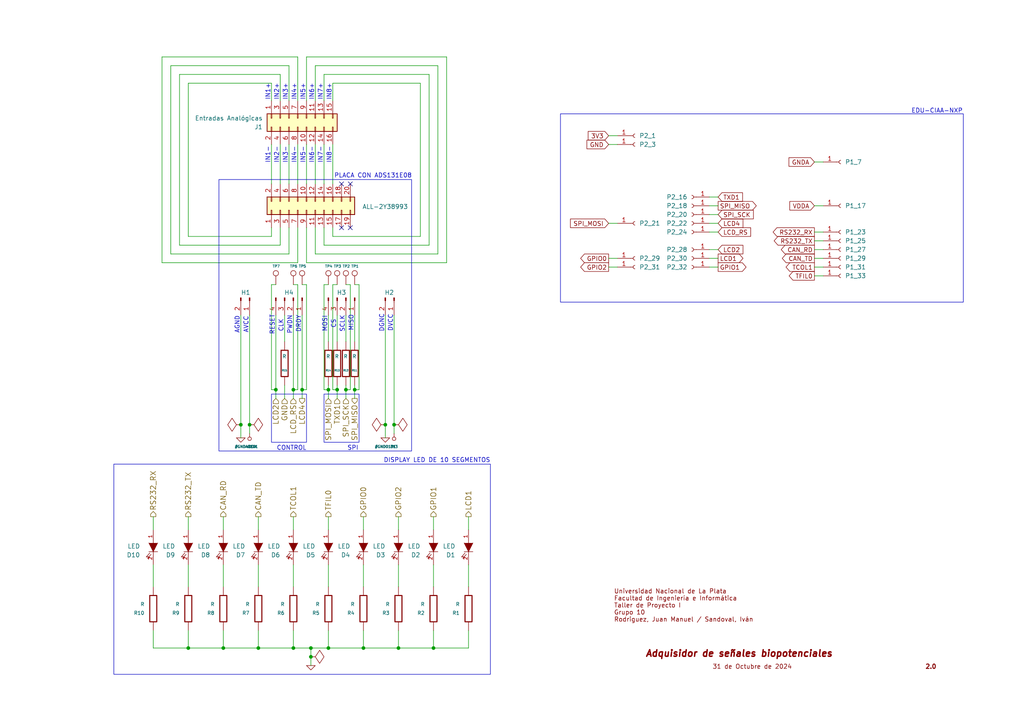
<source format=kicad_sch>
(kicad_sch (version 20231120) (generator "eeschema") (generator_version "8.0")
  (paper "A4")
  (lib_symbols
    (symbol "Connector:Conn_01x01_Socket" (pin_names (offset 1.016) hide)
      (property "Reference" "J" (at 0 2.54 0))
      (property "Value" "Conn_01x01_Socket" (at 0 -2.54 0))
      (symbol "Conn_01x01_Socket_1_1"
        (polyline (pts (xy -1.27 0) (xy -0.508 0)) (stroke (width 0.1524)))
        (arc (start 0 0.508) (mid -0.5058 0) (end 0 -0.508) (stroke (width 0.1524)))
        (pin passive line (at -5.08 0 0) (length 3.81) (name "Pin_1") (number "1"))
      )
    )
    (symbol "Connector:Conn_01x02_Pin" (pin_names (offset 1.016) hide)
      (property "Reference" "J" (at 0 2.54 0))
      (property "Value" "Conn_01x02_Pin" (at 0 -5.08 0))
      (symbol "Conn_01x02_Pin_1_1"
        (polyline (pts (xy 1.27 -2.54) (xy 0.8636 -2.54)) (stroke (width 0.1524)))
        (polyline (pts (xy 1.27 0) (xy 0.8636 0)) (stroke (width 0.1524)))
        (rectangle (start 0.8636 -2.413) (end 0 -2.667) (stroke (width 0.1524)) (fill (type outline)))
        (rectangle (start 0.8636 0.127) (end 0 -0.127) (stroke (width 0.1524)) (fill (type outline)))
        (pin passive line (at 5.08 0 180) (length 3.81) (name "Pin_1") (number "1"))
        (pin passive line (at 5.08 -2.54 180) (length 3.81) (name "Pin_2") (number "2"))
      )
    )
    (symbol "Connector:Conn_01x04_Pin" (pin_names (offset 1.016) hide)
      (property "Reference" "J" (at 0 5.08 0))
      (property "Value" "Conn_01x04_Pin" (at 0 -7.62 0))
      (symbol "Conn_01x04_Pin_1_1"
        (polyline (pts (xy 1.27 -5.08) (xy 0.8636 -5.08)) (stroke (width 0.1524)))
        (polyline (pts (xy 1.27 -2.54) (xy 0.8636 -2.54)) (stroke (width 0.1524)))
        (polyline (pts (xy 1.27 0) (xy 0.8636 0)) (stroke (width 0.1524)))
        (polyline (pts (xy 1.27 2.54) (xy 0.8636 2.54)) (stroke (width 0.1524)))
        (rectangle (start 0.8636 -4.953) (end 0 -5.207) (stroke (width 0.1524)) (fill (type outline)))
        (rectangle (start 0.8636 -2.413) (end 0 -2.667) (stroke (width 0.1524)) (fill (type outline)))
        (rectangle (start 0.8636 0.127) (end 0 -0.127) (stroke (width 0.1524)) (fill (type outline)))
        (rectangle (start 0.8636 2.667) (end 0 2.413) (stroke (width 0.1524)) (fill (type outline)))
        (pin passive line (at 5.08 2.54 180) (length 3.81) (name "Pin_1") (number "1"))
        (pin passive line (at 5.08 0 180) (length 3.81) (name "Pin_2") (number "2"))
        (pin passive line (at 5.08 -2.54 180) (length 3.81) (name "Pin_3") (number "3"))
        (pin passive line (at 5.08 -5.08 180) (length 3.81) (name "Pin_4") (number "4"))
      )
    )
    (symbol "Connector:TestPoint" (pin_numbers hide) (pin_names (offset 0.762) hide)
      (property "Reference" "TP" (at 0 6.858 0))
      (property "Value" "TestPoint" (at 0 5.08 0))
      (symbol "TestPoint_0_1"
        (circle (center 0 3.302) (radius 0.762))
      )
      (symbol "TestPoint_1_1"
        (pin passive line (at 0 0 90) (length 2.54) (name "1") (number "1"))
      )
    )
    (symbol "Connector_Generic:Conn_02x08_Odd_Even" (pin_names (offset 1.016) hide)
      (property "Reference" "J" (at 1.27 10.16 0))
      (property "Value" "Conn_02x08_Odd_Even" (at 1.27 -12.7 0))
      (symbol "Conn_02x08_Odd_Even_1_1"
        (rectangle (start -1.27 -10.033) (end 0 -10.287) (stroke (width 0.1524)))
        (rectangle (start -1.27 -7.493) (end 0 -7.747) (stroke (width 0.1524)))
        (rectangle (start -1.27 -4.953) (end 0 -5.207) (stroke (width 0.1524)))
        (rectangle (start -1.27 -2.413) (end 0 -2.667) (stroke (width 0.1524)))
        (rectangle (start -1.27 0.127) (end 0 -0.127) (stroke (width 0.1524)))
        (rectangle (start -1.27 2.667) (end 0 2.413) (stroke (width 0.1524)))
        (rectangle (start -1.27 5.207) (end 0 4.953) (stroke (width 0.1524)))
        (rectangle (start -1.27 7.747) (end 0 7.493) (stroke (width 0.1524)))
        (rectangle (start -1.27 8.89) (end 3.81 -11.43) (stroke (width 0.254)) (fill (type background)))
        (rectangle (start 3.81 -10.033) (end 2.54 -10.287) (stroke (width 0.1524)))
        (rectangle (start 3.81 -7.493) (end 2.54 -7.747) (stroke (width 0.1524)))
        (rectangle (start 3.81 -4.953) (end 2.54 -5.207) (stroke (width 0.1524)))
        (rectangle (start 3.81 -2.413) (end 2.54 -2.667) (stroke (width 0.1524)))
        (rectangle (start 3.81 0.127) (end 2.54 -0.127) (stroke (width 0.1524)))
        (rectangle (start 3.81 2.667) (end 2.54 2.413) (stroke (width 0.1524)))
        (rectangle (start 3.81 5.207) (end 2.54 4.953) (stroke (width 0.1524)))
        (rectangle (start 3.81 7.747) (end 2.54 7.493) (stroke (width 0.1524)))
        (pin passive line (at -5.08 7.62 0) (length 3.81) (name "Pin_1") (number "1"))
        (pin passive line (at 7.62 -2.54 180) (length 3.81) (name "Pin_10") (number "10"))
        (pin passive line (at -5.08 -5.08 0) (length 3.81) (name "Pin_11") (number "11"))
        (pin passive line (at 7.62 -5.08 180) (length 3.81) (name "Pin_12") (number "12"))
        (pin passive line (at -5.08 -7.62 0) (length 3.81) (name "Pin_13") (number "13"))
        (pin passive line (at 7.62 -7.62 180) (length 3.81) (name "Pin_14") (number "14"))
        (pin passive line (at -5.08 -10.16 0) (length 3.81) (name "Pin_15") (number "15"))
        (pin passive line (at 7.62 -10.16 180) (length 3.81) (name "Pin_16") (number "16"))
        (pin passive line (at 7.62 7.62 180) (length 3.81) (name "Pin_2") (number "2"))
        (pin passive line (at -5.08 5.08 0) (length 3.81) (name "Pin_3") (number "3"))
        (pin passive line (at 7.62 5.08 180) (length 3.81) (name "Pin_4") (number "4"))
        (pin passive line (at -5.08 2.54 0) (length 3.81) (name "Pin_5") (number "5"))
        (pin passive line (at 7.62 2.54 180) (length 3.81) (name "Pin_6") (number "6"))
        (pin passive line (at -5.08 0 0) (length 3.81) (name "Pin_7") (number "7"))
        (pin passive line (at 7.62 0 180) (length 3.81) (name "Pin_8") (number "8"))
        (pin passive line (at -5.08 -2.54 0) (length 3.81) (name "Pin_9") (number "9"))
      )
    )
    (symbol "Connector_Generic:Conn_02x10_Odd_Even" (pin_names (offset 1.016) hide)
      (property "Reference" "J" (at 1.27 12.7 0))
      (property "Value" "Conn_02x10_Odd_Even" (at 1.27 -15.24 0))
      (symbol "Conn_02x10_Odd_Even_1_1"
        (rectangle (start -1.27 -12.573) (end 0 -12.827) (stroke (width 0.1524)))
        (rectangle (start -1.27 -10.033) (end 0 -10.287) (stroke (width 0.1524)))
        (rectangle (start -1.27 -7.493) (end 0 -7.747) (stroke (width 0.1524)))
        (rectangle (start -1.27 -4.953) (end 0 -5.207) (stroke (width 0.1524)))
        (rectangle (start -1.27 -2.413) (end 0 -2.667) (stroke (width 0.1524)))
        (rectangle (start -1.27 0.127) (end 0 -0.127) (stroke (width 0.1524)))
        (rectangle (start -1.27 2.667) (end 0 2.413) (stroke (width 0.1524)))
        (rectangle (start -1.27 5.207) (end 0 4.953) (stroke (width 0.1524)))
        (rectangle (start -1.27 7.747) (end 0 7.493) (stroke (width 0.1524)))
        (rectangle (start -1.27 10.287) (end 0 10.033) (stroke (width 0.1524)))
        (rectangle (start -1.27 11.43) (end 3.81 -13.97) (stroke (width 0.254)) (fill (type background)))
        (rectangle (start 3.81 -12.573) (end 2.54 -12.827) (stroke (width 0.1524)))
        (rectangle (start 3.81 -10.033) (end 2.54 -10.287) (stroke (width 0.1524)))
        (rectangle (start 3.81 -7.493) (end 2.54 -7.747) (stroke (width 0.1524)))
        (rectangle (start 3.81 -4.953) (end 2.54 -5.207) (stroke (width 0.1524)))
        (rectangle (start 3.81 -2.413) (end 2.54 -2.667) (stroke (width 0.1524)))
        (rectangle (start 3.81 0.127) (end 2.54 -0.127) (stroke (width 0.1524)))
        (rectangle (start 3.81 2.667) (end 2.54 2.413) (stroke (width 0.1524)))
        (rectangle (start 3.81 5.207) (end 2.54 4.953) (stroke (width 0.1524)))
        (rectangle (start 3.81 7.747) (end 2.54 7.493) (stroke (width 0.1524)))
        (rectangle (start 3.81 10.287) (end 2.54 10.033) (stroke (width 0.1524)))
        (pin passive line (at -5.08 10.16 0) (length 3.81) (name "Pin_1") (number "1"))
        (pin passive line (at 7.62 0 180) (length 3.81) (name "Pin_10") (number "10"))
        (pin passive line (at -5.08 -2.54 0) (length 3.81) (name "Pin_11") (number "11"))
        (pin passive line (at 7.62 -2.54 180) (length 3.81) (name "Pin_12") (number "12"))
        (pin passive line (at -5.08 -5.08 0) (length 3.81) (name "Pin_13") (number "13"))
        (pin passive line (at 7.62 -5.08 180) (length 3.81) (name "Pin_14") (number "14"))
        (pin passive line (at -5.08 -7.62 0) (length 3.81) (name "Pin_15") (number "15"))
        (pin passive line (at 7.62 -7.62 180) (length 3.81) (name "Pin_16") (number "16"))
        (pin passive line (at -5.08 -10.16 0) (length 3.81) (name "Pin_17") (number "17"))
        (pin passive line (at 7.62 -10.16 180) (length 3.81) (name "Pin_18") (number "18"))
        (pin passive line (at -5.08 -12.7 0) (length 3.81) (name "Pin_19") (number "19"))
        (pin passive line (at 7.62 10.16 180) (length 3.81) (name "Pin_2") (number "2"))
        (pin passive line (at 7.62 -12.7 180) (length 3.81) (name "Pin_20") (number "20"))
        (pin passive line (at -5.08 7.62 0) (length 3.81) (name "Pin_3") (number "3"))
        (pin passive line (at 7.62 7.62 180) (length 3.81) (name "Pin_4") (number "4"))
        (pin passive line (at -5.08 5.08 0) (length 3.81) (name "Pin_5") (number "5"))
        (pin passive line (at 7.62 5.08 180) (length 3.81) (name "Pin_6") (number "6"))
        (pin passive line (at -5.08 2.54 0) (length 3.81) (name "Pin_7") (number "7"))
        (pin passive line (at 7.62 2.54 180) (length 3.81) (name "Pin_8") (number "8"))
        (pin passive line (at -5.08 0 0) (length 3.81) (name "Pin_9") (number "9"))
      )
    )
    (symbol "edu-ciaa-nxp:+3,3V" (power) (pin_names (offset 0))
      (property "Value" "+3,3V" (at 0 2.794 0))
      (symbol "+3,3V_0_0"
        (pin power_in line (at 0 0 90) (length 0) hide (name "+3.3V") (number "1"))
      )
      (symbol "+3,3V_0_1"
        (polyline (pts (xy 0 0) (xy 0 1.016) (xy 0 1.016)))
        (circle (center 0 1.524) (radius 0.508))
      )
    )
    (symbol "edu-ciaa-nxp:GND" (power) (pin_names (offset 0))
      (symbol "GND_0_1"
        (polyline (pts (xy -1.27 0) (xy 0 -1.27) (xy 1.27 0) (xy -1.27 0)))
      )
      (symbol "GND_1_1"
        (pin power_in line (at 0 0 90) (length 0) hide (name "GND") (number "1"))
      )
    )
    (symbol "edu-ciaa-nxp:LED" (pin_names (offset 1.016) hide)
      (property "Reference" "D" (at 0 2.54 0))
      (property "Value" "LED" (at 0 -2.54 0))
      (symbol "LED_0_1"
        (polyline (pts (xy 1.27 1.27) (xy 1.27 -1.27)))
        (polyline (pts (xy -1.27 1.27) (xy 1.27 0) (xy -1.27 -1.27)) (fill (type outline)))
        (polyline (pts (xy 1.651 -1.016) (xy 2.794 -2.032) (xy 2.667 -1.397)))
        (polyline (pts (xy 2.032 -0.635) (xy 3.175 -1.651) (xy 3.048 -1.016)))
      )
      (symbol "LED_1_1"
        (pin passive line (at -5.08 0 0) (length 3.81) (name "A") (number "1"))
        (pin passive line (at 5.08 0 180) (length 3.81) (name "K") (number "2"))
      )
    )
    (symbol "edu-ciaa-nxp:PWR_FLAG" (power) (pin_numbers hide) (pin_names (offset 0) hide)
      (property "Value" "PWR_FLAG" (at 0 4.572 0))
      (symbol "PWR_FLAG_0_0"
        (pin power_out line (at 0 0 90) (length 0) (name "pwr") (number "1"))
      )
      (symbol "PWR_FLAG_0_1"
        (polyline (pts (xy 0 0) (xy 0 1.27) (xy -1.905 2.54) (xy 0 3.81) (xy 1.905 2.54) (xy 0 1.27)))
      )
    )
    (symbol "edu-ciaa-nxp:R" (pin_numbers hide) (pin_names (offset 0))
      (property "Reference" "R" (at 2.032 0 90))
      (property "Value" "R" (at 0.1778 0.0254 90))
      (symbol "R_0_1"
        (rectangle (start -1.016 3.81) (end 1.016 -3.81) (stroke (width 0.3048)))
      )
      (symbol "R_1_1"
        (pin passive line (at 0 6.35 270) (length 2.54) (name "~") (number "1"))
        (pin passive line (at 0 -6.35 90) (length 2.54) (name "~") (number "2"))
      )
    )
  )
  (junction (at 85.09 187.96))
  (junction (at 105.41 187.96))
  (junction (at 90.17 187.96))
  (junction (at 80.01 113.03))
  (junction (at 69.85 123.19))
  (junction (at 97.79 113.03))
  (junction (at 90.17 190.5))
  (junction (at 85.09 113.03))
  (junction (at 102.87 113.03))
  (junction (at 54.61 187.96))
  (junction (at 95.25 187.96))
  (junction (at 72.39 123.19))
  (junction (at 64.77 187.96))
  (junction (at 114.3 123.19))
  (junction (at 74.93 187.96))
  (junction (at 115.57 187.96))
  (junction (at 100.33 113.03))
  (junction (at 125.73 187.96))
  (junction (at 111.76 123.19))
  (junction (at 95.25 113.03))
  (junction (at 87.63 113.03))
  (no_connect (at 101.6 53.34))
  (no_connect (at 99.06 66.04))
  (no_connect (at 101.6 66.04))
  (no_connect (at 99.06 53.34))
  (wire (pts (xy 90.17 190.5) (xy 90.17 193.04)))
  (wire (pts (xy 176.53 74.93) (xy 179.07 74.93)))
  (wire (pts (xy 95.25 113.03) (xy 95.25 115.57)))
  (wire (pts (xy 95.25 91.44) (xy 95.25 99.06)))
  (wire (pts (xy 129.54 76.2) (xy 129.54 16.51)))
  (wire (pts (xy 114.3 91.44) (xy 114.3 123.19)))
  (wire (pts (xy 105.41 170.18) (xy 105.41 163.83)))
  (wire (pts (xy 115.57 187.96) (xy 105.41 187.96)))
  (wire (pts (xy 100.33 111.76) (xy 100.33 113.03)))
  (wire (pts (xy 69.85 91.44) (xy 69.85 123.19)))
  (wire (pts (xy 125.73 149.86) (xy 125.73 153.67)))
  (wire (pts (xy 121.92 68.58) (xy 121.92 24.13)))
  (wire (pts (xy 86.36 66.04) (xy 86.36 76.2)))
  (wire (pts (xy 96.52 113.03) (xy 97.79 113.03)))
  (wire (pts (xy 88.9 76.2) (xy 129.54 76.2)))
  (wire (pts (xy 102.87 82.55) (xy 104.14 82.55)))
  (wire (pts (xy 93.98 113.03) (xy 95.25 113.03)))
  (wire (pts (xy 64.77 170.18) (xy 64.77 163.83)))
  (wire (pts (xy 96.52 68.58) (xy 121.92 68.58)))
  (wire (pts (xy 90.17 187.96) (xy 95.25 187.96)))
  (wire (pts (xy 81.28 66.04) (xy 81.28 71.12)))
  (wire (pts (xy 86.36 41.91) (xy 86.36 53.34)))
  (wire (pts (xy 64.77 187.96) (xy 74.93 187.96)))
  (wire (pts (xy 80.01 91.44) (xy 80.01 113.03)))
  (wire (pts (xy 102.87 91.44) (xy 102.87 99.06)))
  (wire (pts (xy 176.53 41.91) (xy 179.07 41.91)))
  (wire (pts (xy 78.74 24.13) (xy 78.74 29.21)))
  (wire (pts (xy 101.6 113.03) (xy 100.33 113.03)))
  (wire (pts (xy 96.52 24.13) (xy 96.52 29.21)))
  (wire (pts (xy 86.36 16.51) (xy 86.36 29.21)))
  (wire (pts (xy 87.63 82.55) (xy 88.9 82.55)))
  (wire (pts (xy 83.82 73.66) (xy 49.53 73.66)))
  (wire (pts (xy 82.55 111.76) (xy 82.55 115.57)))
  (wire (pts (xy 93.98 41.91) (xy 93.98 53.34)))
  (wire (pts (xy 205.74 72.39) (xy 208.28 72.39)))
  (wire (pts (xy 127 73.66) (xy 127 19.05)))
  (wire (pts (xy 95.25 187.96) (xy 105.41 187.96)))
  (wire (pts (xy 64.77 182.88) (xy 64.77 187.96)))
  (wire (pts (xy 46.99 16.51) (xy 86.36 16.51)))
  (wire (pts (xy 78.74 41.91) (xy 78.74 53.34)))
  (wire (pts (xy 176.53 64.77) (xy 179.07 64.77)))
  (wire (pts (xy 102.87 113.03) (xy 102.87 115.57)))
  (wire (pts (xy 121.92 24.13) (xy 96.52 24.13)))
  (wire (pts (xy 88.9 113.03) (xy 87.63 113.03)))
  (wire (pts (xy 44.45 149.86) (xy 44.45 153.67)))
  (wire (pts (xy 91.44 73.66) (xy 127 73.66)))
  (wire (pts (xy 93.98 21.59) (xy 93.98 29.21)))
  (wire (pts (xy 93.98 71.12) (xy 124.46 71.12)))
  (wire (pts (xy 236.22 72.39) (xy 238.76 72.39)))
  (wire (pts (xy 105.41 182.88) (xy 105.41 187.96)))
  (wire (pts (xy 105.41 149.86) (xy 105.41 153.67)))
  (wire (pts (xy 78.74 113.03) (xy 80.01 113.03)))
  (wire (pts (xy 104.14 113.03) (xy 102.87 113.03)))
  (wire (pts (xy 102.87 111.76) (xy 102.87 113.03)))
  (wire (pts (xy 115.57 149.86) (xy 115.57 153.67)))
  (wire (pts (xy 93.98 82.55) (xy 93.98 113.03)))
  (wire (pts (xy 74.93 182.88) (xy 74.93 187.96)))
  (wire (pts (xy 100.33 113.03) (xy 100.33 115.57)))
  (wire (pts (xy 54.61 170.18) (xy 54.61 163.83)))
  (wire (pts (xy 205.74 57.15) (xy 208.28 57.15)))
  (wire (pts (xy 72.39 123.19) (xy 72.39 125.73)))
  (wire (pts (xy 205.74 62.23) (xy 208.28 62.23)))
  (wire (pts (xy 85.09 113.03) (xy 85.09 115.57)))
  (wire (pts (xy 135.89 149.86) (xy 135.89 153.67)))
  (wire (pts (xy 236.22 69.85) (xy 238.76 69.85)))
  (wire (pts (xy 125.73 182.88) (xy 125.73 187.96)))
  (wire (pts (xy 64.77 149.86) (xy 64.77 153.67)))
  (wire (pts (xy 74.93 170.18) (xy 74.93 163.83)))
  (wire (pts (xy 81.28 21.59) (xy 81.28 29.21)))
  (wire (pts (xy 74.93 149.86) (xy 74.93 153.67)))
  (wire (pts (xy 85.09 149.86) (xy 85.09 153.67)))
  (wire (pts (xy 85.09 182.88) (xy 85.09 187.96)))
  (wire (pts (xy 49.53 19.05) (xy 83.82 19.05)))
  (wire (pts (xy 95.25 82.55) (xy 93.98 82.55)))
  (wire (pts (xy 124.46 71.12) (xy 124.46 21.59)))
  (wire (pts (xy 205.74 67.31) (xy 208.28 67.31)))
  (wire (pts (xy 236.22 67.31) (xy 238.76 67.31)))
  (wire (pts (xy 82.55 91.44) (xy 82.55 99.06)))
  (wire (pts (xy 85.09 91.44) (xy 85.09 113.03)))
  (wire (pts (xy 91.44 41.91) (xy 91.44 53.34)))
  (wire (pts (xy 176.53 77.47) (xy 179.07 77.47)))
  (wire (pts (xy 91.44 19.05) (xy 91.44 29.21)))
  (wire (pts (xy 81.28 41.91) (xy 81.28 53.34)))
  (wire (pts (xy 52.07 21.59) (xy 81.28 21.59)))
  (wire (pts (xy 101.6 82.55) (xy 101.6 113.03)))
  (wire (pts (xy 85.09 82.55) (xy 86.36 82.55)))
  (wire (pts (xy 54.61 149.86) (xy 54.61 153.67)))
  (wire (pts (xy 54.61 187.96) (xy 64.77 187.96)))
  (wire (pts (xy 90.17 187.96) (xy 90.17 190.5)))
  (wire (pts (xy 129.54 16.51) (xy 88.9 16.51)))
  (wire (pts (xy 96.52 41.91) (xy 96.52 53.34)))
  (wire (pts (xy 95.25 149.86) (xy 95.25 153.67)))
  (wire (pts (xy 88.9 16.51) (xy 88.9 29.21)))
  (wire (pts (xy 83.82 41.91) (xy 83.82 53.34)))
  (wire (pts (xy 135.89 170.18) (xy 135.89 163.83)))
  (wire (pts (xy 125.73 170.18) (xy 125.73 163.83)))
  (wire (pts (xy 83.82 66.04) (xy 83.82 73.66)))
  (wire (pts (xy 52.07 71.12) (xy 52.07 21.59)))
  (wire (pts (xy 95.25 170.18) (xy 95.25 163.83)))
  (wire (pts (xy 208.28 74.93) (xy 205.74 74.93)))
  (wire (pts (xy 83.82 19.05) (xy 83.82 29.21)))
  (wire (pts (xy 93.98 66.04) (xy 93.98 71.12)))
  (wire (pts (xy 135.89 187.96) (xy 125.73 187.96)))
  (wire (pts (xy 44.45 182.88) (xy 44.45 187.96)))
  (wire (pts (xy 78.74 68.58) (xy 54.61 68.58)))
  (wire (pts (xy 88.9 66.04) (xy 88.9 76.2)))
  (wire (pts (xy 69.85 123.19) (xy 69.85 127)))
  (wire (pts (xy 78.74 66.04) (xy 78.74 68.58)))
  (wire (pts (xy 96.52 66.04) (xy 96.52 68.58)))
  (wire (pts (xy 176.53 39.37) (xy 179.07 39.37)))
  (wire (pts (xy 85.09 170.18) (xy 85.09 163.83)))
  (wire (pts (xy 88.9 82.55) (xy 88.9 113.03)))
  (wire (pts (xy 236.22 46.99) (xy 238.76 46.99)))
  (wire (pts (xy 97.79 111.76) (xy 97.79 113.03)))
  (wire (pts (xy 115.57 170.18) (xy 115.57 163.83)))
  (wire (pts (xy 44.45 187.96) (xy 54.61 187.96)))
  (wire (pts (xy 96.52 82.55) (xy 96.52 113.03)))
  (wire (pts (xy 95.25 182.88) (xy 95.25 187.96)))
  (wire (pts (xy 97.79 113.03) (xy 97.79 115.57)))
  (wire (pts (xy 46.99 76.2) (xy 46.99 16.51)))
  (wire (pts (xy 100.33 82.55) (xy 101.6 82.55)))
  (wire (pts (xy 124.46 21.59) (xy 93.98 21.59)))
  (wire (pts (xy 78.74 82.55) (xy 78.74 113.03)))
  (wire (pts (xy 72.39 91.44) (xy 72.39 123.19)))
  (wire (pts (xy 74.93 187.96) (xy 85.09 187.96)))
  (wire (pts (xy 85.09 187.96) (xy 90.17 187.96)))
  (wire (pts (xy 86.36 113.03) (xy 85.09 113.03)))
  (wire (pts (xy 236.22 74.93) (xy 238.76 74.93)))
  (wire (pts (xy 100.33 91.44) (xy 100.33 99.06)))
  (wire (pts (xy 97.79 82.55) (xy 96.52 82.55)))
  (wire (pts (xy 135.89 182.88) (xy 135.89 187.96)))
  (wire (pts (xy 86.36 82.55) (xy 86.36 113.03)))
  (wire (pts (xy 91.44 66.04) (xy 91.44 73.66)))
  (wire (pts (xy 44.45 170.18) (xy 44.45 163.83)))
  (wire (pts (xy 111.76 123.19) (xy 111.76 127)))
  (wire (pts (xy 54.61 68.58) (xy 54.61 24.13)))
  (wire (pts (xy 236.22 59.69) (xy 238.76 59.69)))
  (wire (pts (xy 87.63 91.44) (xy 87.63 113.03)))
  (wire (pts (xy 86.36 76.2) (xy 46.99 76.2)))
  (wire (pts (xy 115.57 182.88) (xy 115.57 187.96)))
  (wire (pts (xy 114.3 123.19) (xy 114.3 125.73)))
  (wire (pts (xy 80.01 113.03) (xy 80.01 115.57)))
  (wire (pts (xy 81.28 71.12) (xy 52.07 71.12)))
  (wire (pts (xy 95.25 111.76) (xy 95.25 113.03)))
  (wire (pts (xy 205.74 64.77) (xy 208.28 64.77)))
  (wire (pts (xy 54.61 24.13) (xy 78.74 24.13)))
  (wire (pts (xy 111.76 91.44) (xy 111.76 123.19)))
  (wire (pts (xy 236.22 77.47) (xy 238.76 77.47)))
  (wire (pts (xy 205.74 59.69) (xy 208.28 59.69)))
  (wire (pts (xy 91.44 19.05) (xy 127 19.05)))
  (wire (pts (xy 88.9 41.91) (xy 88.9 53.34)))
  (wire (pts (xy 87.63 113.03) (xy 87.63 115.57)))
  (wire (pts (xy 80.01 82.55) (xy 78.74 82.55)))
  (wire (pts (xy 97.79 91.44) (xy 97.79 99.06)))
  (wire (pts (xy 125.73 187.96) (xy 115.57 187.96)))
  (wire (pts (xy 208.28 77.47) (xy 205.74 77.47)))
  (wire (pts (xy 54.61 182.88) (xy 54.61 187.96)))
  (wire (pts (xy 49.53 73.66) (xy 49.53 19.05)))
  (wire (pts (xy 236.22 80.01) (xy 238.76 80.01)))
  (wire (pts (xy 104.14 82.55) (xy 104.14 113.03)))
  (rectangle (start 63.5 52.07) (end 119.38 130.81))
  (rectangle (start 104.14 114.3) (end 93.98 128.27))
  (rectangle (start 162.56 33.02) (end 279.4 87.63))
  (rectangle (start 78.74 114.3) (end 88.9 128.27))
  (rectangle (start 33.02 134.62) (end 142.24 195.58))
  (text "DRDY" (at 86.614 93.98 90) (effects (font (size 1.27 1.27))))
  (text "SCLK" (at 99.314 93.98 90) (effects (font (size 1.27 1.27))))
  (text "IN1+" (at 77.724 26.67 90) (effects (font (size 1.27 1.27))))
  (text "IN6+" (at 90.424 26.67 90) (effects (font (size 1.27 1.27))))
  (text "IN8-" (at 95.504 44.958 90) (effects (font (size 1.27 1.27))))
  (text "CLK" (at 81.534 94.488 90) (effects (font (size 1.27 1.27))))
  (text "IN2-" (at 80.264 44.958 90) (effects (font (size 1.27 1.27))))
  (text "Universidad Nacional de La Plata\nFacultad de Ingeniería e Informática\nTaller de Proyecto I\nGrupo 10\nRodriguez, Juan Manuel / Sandoval, Iván\n" (at 178.054 170.942 0) (effects (font (size 1.27 1.27) (thickness 0.1588)) (justify left top)))
  (text "AGND" (at 68.834 94.234 90) (effects (font (size 1.27 1.27))))
  (text "PLACA CON ADS131E08" (at 108.204 51.054 0) (effects (font (size 1.27 1.27))))
  (text "DGNC" (at 110.744 93.726 90) (effects (font (size 1.27 1.27))))
  (text "MOSI" (at 94.234 93.98 90) (effects (font (size 1.27 1.27))))
  (text "IN7-" (at 92.964 44.958 90) (effects (font (size 1.27 1.27))))
  (text "IN7+" (at 92.964 26.67 90) (effects (font (size 1.27 1.27))))
  (text "Adquisidor de señales biopotenciales" (at 214.376 189.738 0) (effects (font (size 1.905 1.905) (thickness 0.4064) (bold yes) (italic yes))))
  (text "AVCC" (at 71.374 94.234 90) (effects (font (size 1.27 1.27))))
  (text "EDU-CIAA-NXP" (at 271.78 32.258 0) (effects (font (size 1.27 1.27))))
  (text "CS" (at 96.774 93.98 90) (effects (font (size 1.27 1.27))))
  (text "IN5-" (at 87.884 44.958 90) (effects (font (size 1.27 1.27))))
  (text "DVCC" (at 113.284 93.726 90) (effects (font (size 1.27 1.27))))
  (text "2.0" (at 270.002 193.548 0) (effects (font (size 1.27 1.27) (thickness 0.254) (bold yes))))
  (text "CONTROL" (at 84.582 130.048 0) (effects (font (size 1.27 1.27))))
  (text "DISPLAY LED DE 10 SEGMENTOS" (at 126.746 133.604 0) (effects (font (size 1.27 1.27))))
  (text "31 de Octubre de 2024" (at 218.186 193.548 0) (effects (font (size 1.27 1.27))))
  (text "IN5+" (at 87.884 26.67 90) (effects (font (size 1.27 1.27))))
  (text "IN1-" (at 77.724 44.958 90) (effects (font (size 1.27 1.27))))
  (text "RESET" (at 78.994 94.234 90) (effects (font (size 1.27 1.27))))
  (text "MISO" (at 101.854 93.726 90) (effects (font (size 1.27 1.27))))
  (text "IN2+" (at 80.264 26.67 90) (effects (font (size 1.27 1.27))))
  (text "SPI" (at 102.362 130.048 0) (effects (font (size 1.27 1.27))))
  (text "IN4-" (at 85.344 44.958 90) (effects (font (size 1.27 1.27))))
  (text "IN4+" (at 85.344 26.67 90) (effects (font (size 1.27 1.27))))
  (text "IN6-" (at 90.424 44.958 90) (effects (font (size 1.27 1.27))))
  (text "IN8+" (at 95.504 26.67 90) (effects (font (size 1.27 1.27))))
  (text "PWDN" (at 84.074 94.234 90) (effects (font (size 1.27 1.27))))
  (text "IN3-" (at 82.804 44.958 90) (effects (font (size 1.27 1.27))))
  (text "IN3+" (at 82.804 26.67 90) (effects (font (size 1.27 1.27))))
  (global_label "GPIO2" (shape output) (at 176.53 77.47 180) (property "Intersheetrefs" "${INTERSHEET_REFS}" (effects (hide yes))))
  (global_label "CAN_RD" (shape output) (at 236.22 72.39 180) (property "Intersheetrefs" "${INTERSHEET_REFS}" (effects (hide yes))))
  (global_label "LCD1" (shape output) (at 208.28 74.93 0) (property "Intersheetrefs" "${INTERSHEET_REFS}" (effects (hide yes))))
  (global_label "RS232_TX" (shape output) (at 236.22 69.85 180) (property "Intersheetrefs" "${INTERSHEET_REFS}" (effects (hide yes))))
  (global_label "TXD1" (shape input) (at 208.28 57.15 0) (property "Intersheetrefs" "${INTERSHEET_REFS}" (effects (hide yes))))
  (global_label "LCD_RS" (shape input) (at 208.28 67.31 0) (property "Intersheetrefs" "${INTERSHEET_REFS}" (effects (hide yes))))
  (global_label "LCD2" (shape input) (at 208.28 72.39 0) (property "Intersheetrefs" "${INTERSHEET_REFS}" (effects (hide yes))))
  (global_label "SPI_SCK" (shape input) (at 208.28 62.23 0) (property "Intersheetrefs" "${INTERSHEET_REFS}" (effects (hide yes))))
  (global_label "VDDA" (shape input) (at 236.22 59.69 180) (property "Intersheetrefs" "${INTERSHEET_REFS}" (effects (hide yes))))
  (global_label "SPI_MOSI" (shape input) (at 176.53 64.77 180) (property "Intersheetrefs" "${INTERSHEET_REFS}" (effects (hide yes))))
  (global_label "GND" (shape input) (at 176.53 41.91 180) (property "Intersheetrefs" "${INTERSHEET_REFS}" (effects (hide yes))))
  (global_label "3V3" (shape input) (at 176.53 39.37 180) (property "Intersheetrefs" "${INTERSHEET_REFS}" (effects (hide yes))))
  (global_label "CAN_TD" (shape output) (at 236.22 74.93 180) (property "Intersheetrefs" "${INTERSHEET_REFS}" (effects (hide yes))))
  (global_label "GPIO0" (shape output) (at 176.53 74.93 180) (property "Intersheetrefs" "${INTERSHEET_REFS}" (effects (hide yes))))
  (global_label "RS232_RX" (shape output) (at 236.22 67.31 180) (property "Intersheetrefs" "${INTERSHEET_REFS}" (effects (hide yes))))
  (global_label "TFIL0" (shape output) (at 236.22 80.01 180) (property "Intersheetrefs" "${INTERSHEET_REFS}" (effects (hide yes))))
  (global_label "GNDA" (shape input) (at 236.22 46.99 180) (property "Intersheetrefs" "${INTERSHEET_REFS}" (effects (hide yes))))
  (global_label "LCD4" (shape input) (at 208.28 64.77 0) (property "Intersheetrefs" "${INTERSHEET_REFS}" (effects (hide yes))))
  (global_label "TCOL1" (shape output) (at 236.22 77.47 180) (property "Intersheetrefs" "${INTERSHEET_REFS}" (effects (hide yes))))
  (global_label "GPIO1" (shape output) (at 208.28 77.47 0) (property "Intersheetrefs" "${INTERSHEET_REFS}" (effects (hide yes))))
  (global_label "SPI_MISO" (shape output) (at 208.28 59.69 0) (property "Intersheetrefs" "${INTERSHEET_REFS}" (effects (hide yes))))
  (hierarchical_label "SPI_SCK" (shape input) (at 100.33 115.57 270) (effects (font (size 1.524 1.524))))
  (hierarchical_label "CAN_RD" (shape output) (at 64.77 149.86 90) (effects (font (size 1.524 1.524))))
  (hierarchical_label "GPIO1" (shape output) (at 125.73 149.86 90) (effects (font (size 1.524 1.524))))
  (hierarchical_label "SPI_MISO" (shape output) (at 102.87 115.57 270) (effects (font (size 1.524 1.524))))
  (hierarchical_label "RS232_TX" (shape output) (at 54.61 149.86 90) (effects (font (size 1.524 1.524))))
  (hierarchical_label "TXD1" (shape input) (at 97.79 115.57 270) (effects (font (size 1.524 1.524))))
  (hierarchical_label "LCD4" (shape output) (at 87.63 115.57 270) (effects (font (size 1.524 1.524))))
  (hierarchical_label "RS232_RX" (shape output) (at 44.45 149.86 90) (effects (font (size 1.524 1.524))))
  (hierarchical_label "LCD2" (shape input) (at 80.01 115.57 270) (effects (font (size 1.524 1.524))))
  (hierarchical_label "CAN_TD" (shape output) (at 74.93 149.86 90) (effects (font (size 1.524 1.524))))
  (hierarchical_label "LCD1" (shape output) (at 135.89 149.86 90) (effects (font (size 1.524 1.524))))
  (hierarchical_label "SPI_MOSI" (shape input) (at 95.25 115.57 270) (effects (font (size 1.524 1.524))))
  (hierarchical_label "GPIO0" (shape output) (at 105.41 149.86 90) (effects (font (size 1.524 1.524))))
  (hierarchical_label "TCOL1" (shape output) (at 85.09 149.86 90) (effects (font (size 1.524 1.524))))
  (hierarchical_label "TFIL0" (shape output) (at 95.25 149.86 90) (effects (font (size 1.524 1.524))))
  (hierarchical_label "LCD_RS" (shape input) (at 85.09 115.57 270) (effects (font (size 1.524 1.524))))
  (hierarchical_label "GND" (shape input) (at 82.55 115.57 270) (effects (font (size 1.524 1.524))))
  (hierarchical_label "GPIO2" (shape output) (at 115.57 149.86 90) (effects (font (size 1.524 1.524))))
  (symbol (lib_id "Connector:TestPoint") (at 85.09 82.55 0) (unit 1)
    (property "Reference" "TP6" (at 84.074 77.216 0) (effects (font (size 0.762 0.762)) (justify left)))
    (property "Value" "TestPoint" (effects (hide yes)))
    (property "Footprint" "TestPoint:TestPoint_THTPad_1.5x1.5mm_Drill0.7mm" (effects (hide yes)))
    (property "Description" "test point" (effects (hide yes)))
  )
  (symbol (lib_id "Connector:Conn_01x04_Pin") (at 85.09 86.36 270) (unit 1)
    (property "Reference" "H4" (at 83.82 84.836 90))
    (property "Value" "Conn_01x04_Pin" (effects (hide yes)))
    (property "Footprint" "Connector_PinSocket_2.54mm:PinSocket_1x04_P2.54mm_Vertical" (effects (hide yes)))
    (property "Description" "Generic connector, single row, 01x04, script generated" (effects (hide yes)))
  )
  (symbol (lib_id "Connector:Conn_01x01_Socket") (at 200.66 72.39 0) (mirror y) (unit 1)
    (property "Reference" "P2_28" (at 199.39 72.3899 0) (effects (justify left)))
    (property "Value" "Conn_01x01_Socket" (effects (hide yes)))
    (property "Footprint" "Connector_PinHeader_2.54mm:PinHeader_1x01_P2.54mm_Vertical" (effects (hide yes)))
    (property "Description" "Generic connector, single row, 01x01, script generated" (effects (hide yes)))
  )
  (symbol (lib_id "edu-ciaa-nxp:LED") (at 64.77 158.75 270) (unit 1)
    (property "Reference" "D8" (at 60.96 160.9726 90) (effects (justify right)))
    (property "Value" "LED" (at 60.96 158.4326 90) (effects (justify right)))
    (property "Footprint" "Connector_PinSocket_2.54mm:PinSocket_2x01_P2.54mm_Vertical" (effects (hide yes)))
  )
  (symbol (lib_id "edu-ciaa-nxp:LED") (at 125.73 158.75 270) (unit 1)
    (property "Reference" "D2" (at 121.92 160.9726 90) (effects (justify right)))
    (property "Value" "LED" (at 121.92 158.4326 90) (effects (justify right)))
    (property "Footprint" "Connector_PinSocket_2.54mm:PinSocket_2x01_P2.54mm_Vertical" (effects (hide yes)))
  )
  (symbol (lib_id "edu-ciaa-nxp:R") (at 95.25 176.53 180) (unit 1)
    (property "Reference" "R5" (at 92.71 177.8001 0) (effects (font (size 1.016 1.016)) (justify left)))
    (property "Value" "R" (at 92.71 175.2601 0) (effects (font (size 1.016 1.016)) (justify left)))
    (property "Footprint" "Resistor_SMD:R_1206_3216Metric_Pad1.30x1.75mm_HandSolder" (effects (hide yes)))
  )
  (symbol (lib_id "Connector:Conn_01x01_Socket") (at 184.15 64.77 0) (unit 1)
    (property "Reference" "P2_21" (at 185.42 64.7699 0) (effects (justify left)))
    (property "Value" "Conn_01x01_Socket" (effects (hide yes)))
    (property "Footprint" "Connector_PinHeader_2.54mm:PinHeader_1x01_P2.54mm_Vertical" (effects (hide yes)))
    (property "Description" "Generic connector, single row, 01x01, script generated" (effects (hide yes)))
  )
  (symbol (lib_id "edu-ciaa-nxp:R") (at 125.73 176.53 180) (unit 1)
    (property "Reference" "R2" (at 123.19 177.8001 0) (effects (font (size 1.016 1.016)) (justify left)))
    (property "Value" "R" (at 123.19 175.2601 0) (effects (font (size 1.016 1.016)) (justify left)))
    (property "Footprint" "Resistor_SMD:R_1206_3216Metric_Pad1.30x1.75mm_HandSolder" (effects (hide yes)))
  )
  (symbol (lib_id "edu-ciaa-nxp:PWR_FLAG") (at 69.85 123.19 90) (unit 1)
    (property "Reference" "#FLG01" (effects (hide yes)))
    (property "Value" "PWR_FLAG" (effects (hide yes)))
  )
  (symbol (lib_id "edu-ciaa-nxp:LED") (at 85.09 158.75 270) (unit 1)
    (property "Reference" "D6" (at 81.28 160.9726 90) (effects (justify right)))
    (property "Value" "LED" (at 81.28 158.4326 90) (effects (justify right)))
    (property "Footprint" "Connector_PinSocket_2.54mm:PinSocket_2x01_P2.54mm_Vertical" (effects (hide yes)))
  )
  (symbol (lib_id "Connector:TestPoint") (at 87.63 82.55 0) (unit 1)
    (property "Reference" "TP5" (at 86.614 77.216 0) (effects (font (size 0.762 0.762)) (justify left)))
    (property "Value" "TestPoint" (effects (hide yes)))
    (property "Footprint" "TestPoint:TestPoint_THTPad_1.5x1.5mm_Drill0.7mm" (effects (hide yes)))
    (property "Description" "test point" (effects (hide yes)))
  )
  (symbol (lib_id "Connector:Conn_01x01_Socket") (at 200.66 67.31 0) (mirror y) (unit 1)
    (property "Reference" "P2_24" (at 199.39 67.3099 0) (effects (justify left)))
    (property "Value" "Conn_01x01_Socket" (effects (hide yes)))
    (property "Footprint" "Connector_PinHeader_2.54mm:PinHeader_1x01_P2.54mm_Vertical" (effects (hide yes)))
    (property "Description" "Generic connector, single row, 01x01, script generated" (effects (hide yes)))
  )
  (symbol (lib_id "edu-ciaa-nxp:GND") (at 69.85 127 0) (unit 1)
    (property "Reference" "#GNDA0101" (at 68.072 129.54 0) (effects (font (size 0.762 0.762)) (justify left)))
    (property "Value" "GNDA" (effects (hide yes)))
  )
  (symbol (lib_id "Connector:Conn_01x01_Socket") (at 243.84 74.93 0) (unit 1)
    (property "Reference" "P1_29" (at 245.11 74.9299 0) (effects (justify left)))
    (property "Value" "Conn_01x01_Socket" (effects (hide yes)))
    (property "Footprint" "Connector_PinHeader_2.54mm:PinHeader_1x01_P2.54mm_Vertical" (effects (hide yes)))
    (property "Description" "Generic connector, single row, 01x01, script generated" (effects (hide yes)))
  )
  (symbol (lib_id "edu-ciaa-nxp:R") (at 97.79 105.41 180) (unit 1)
    (property "Reference" "R13" (at 98.552 107.442 0) (effects (font (size 0.508 0.508)) (justify left)))
    (property "Value" "R" (at 98.298 103.378 0) (effects (font (size 1.016 1.016)) (justify left)))
    (property "Footprint" "Resistor_SMD:R_1206_3216Metric_Pad1.30x1.75mm_HandSolder" (effects (hide yes)))
  )
  (symbol (lib_id "Connector:Conn_01x01_Socket") (at 200.66 59.69 0) (mirror y) (unit 1)
    (property "Reference" "P2_18" (at 199.39 59.6899 0) (effects (justify left)))
    (property "Value" "Conn_01x01_Socket" (effects (hide yes)))
    (property "Footprint" "Connector_PinHeader_2.54mm:PinHeader_1x01_P2.54mm_Vertical" (effects (hide yes)))
    (property "Description" "Generic connector, single row, 01x01, script generated" (effects (hide yes)))
  )
  (symbol (lib_id "edu-ciaa-nxp:PWR_FLAG") (at 90.17 190.5 270) (unit 1)
    (property "Reference" "#FLG05" (effects (hide yes)))
    (property "Value" "PWR_FLAG" (effects (hide yes)))
  )
  (symbol (lib_id "edu-ciaa-nxp:+3,3V") (at 114.3 125.73 180) (unit 1)
    (property "Reference" "#VDDA0101" (effects (hide yes)))
    (property "Value" "3V3" (at 114.3 129.54 0) (effects (font (size 0.762 0.762))))
  )
  (symbol (lib_id "Connector:Conn_01x01_Socket") (at 200.66 77.47 0) (mirror y) (unit 1)
    (property "Reference" "P2_32" (at 196.342 77.47 0))
    (property "Value" "Conn_01x01_Socket" (effects (hide yes)))
    (property "Footprint" "Connector_PinHeader_2.54mm:PinHeader_1x01_P2.54mm_Vertical" (effects (hide yes)))
    (property "Description" "Generic connector, single row, 01x01, script generated" (effects (hide yes)))
  )
  (symbol (lib_id "edu-ciaa-nxp:LED") (at 115.57 158.75 270) (unit 1)
    (property "Reference" "D3" (at 111.76 160.9726 90) (effects (justify right)))
    (property "Value" "LED" (at 111.76 158.4326 90) (effects (justify right)))
    (property "Footprint" "Connector_PinSocket_2.54mm:PinSocket_2x01_P2.54mm_Vertical" (effects (hide yes)))
  )
  (symbol (lib_id "Connector_Generic:Conn_02x08_Odd_Even") (at 86.36 34.29 90) (mirror x) (unit 1)
    (property "Reference" "J1" (at 76.2 36.8301 90) (effects (justify left)))
    (property "Value" "Entradas Analógicas" (at 76.2 34.2901 90) (effects (justify left)))
    (property "Footprint" "Connector_PinHeader_2.54mm:PinHeader_2x08_P2.54mm_Vertical" (effects (hide yes)))
    (property "Description" "Generic connector, double row, 02x08, odd/even pin numbering scheme (row 1 odd numbers, row 2 even numbers), script generated (kicad-library-utils/schlib/autogen/connector/)" (effects (hide yes)))
  )
  (symbol (lib_id "edu-ciaa-nxp:R") (at 44.45 176.53 180) (unit 1)
    (property "Reference" "R10" (at 41.91 177.8001 0) (effects (font (size 1.016 1.016)) (justify left)))
    (property "Value" "R" (at 41.91 175.2601 0) (effects (font (size 1.016 1.016)) (justify left)))
    (property "Footprint" "Resistor_SMD:R_1206_3216Metric_Pad1.30x1.75mm_HandSolder" (effects (hide yes)))
  )
  (symbol (lib_id "edu-ciaa-nxp:LED") (at 135.89 158.75 270) (unit 1)
    (property "Reference" "D1" (at 132.08 160.9726 90) (effects (justify right)))
    (property "Value" "LED" (at 132.08 158.4326 90) (effects (justify right)))
    (property "Footprint" "Connector_PinSocket_2.54mm:PinSocket_2x01_P2.54mm_Vertical" (effects (hide yes)))
  )
  (symbol (lib_id "edu-ciaa-nxp:R") (at 54.61 176.53 180) (unit 1)
    (property "Reference" "R9" (at 52.07 177.8001 0) (effects (font (size 1.016 1.016)) (justify left)))
    (property "Value" "R" (at 52.07 175.2601 0) (effects (font (size 1.016 1.016)) (justify left)))
    (property "Footprint" "Resistor_SMD:R_1206_3216Metric_Pad1.30x1.75mm_HandSolder" (effects (hide yes)))
  )
  (symbol (lib_id "edu-ciaa-nxp:+3,3V") (at 72.39 125.73 180) (unit 1)
    (property "Reference" "#3V03" (effects (hide yes)))
    (property "Value" "VDDA" (at 72.898 129.54 0) (effects (font (size 0.762 0.762))))
  )
  (symbol (lib_id "edu-ciaa-nxp:LED") (at 95.25 158.75 270) (unit 1)
    (property "Reference" "D5" (at 91.44 160.9726 90) (effects (justify right)))
    (property "Value" "LED" (at 91.44 158.4326 90) (effects (justify right)))
    (property "Footprint" "Connector_PinSocket_2.54mm:PinSocket_2x01_P2.54mm_Vertical" (effects (hide yes)))
  )
  (symbol (lib_id "edu-ciaa-nxp:LED") (at 74.93 158.75 270) (unit 1)
    (property "Reference" "D7" (at 71.12 160.9726 90) (effects (justify right)))
    (property "Value" "LED" (at 71.12 158.4326 90) (effects (justify right)))
    (property "Footprint" "Connector_PinSocket_2.54mm:PinSocket_2x01_P2.54mm_Vertical" (effects (hide yes)))
  )
  (symbol (lib_id "Connector:Conn_01x01_Socket") (at 200.66 64.77 0) (mirror y) (unit 1)
    (property "Reference" "P2_22" (at 199.39 64.7699 0) (effects (justify left)))
    (property "Value" "Conn_01x01_Socket" (effects (hide yes)))
    (property "Footprint" "Connector_PinHeader_2.54mm:PinHeader_1x01_P2.54mm_Vertical" (effects (hide yes)))
    (property "Description" "Generic connector, single row, 01x01, script generated" (effects (hide yes)))
  )
  (symbol (lib_id "Connector:TestPoint") (at 95.25 82.55 0) (unit 1)
    (property "Reference" "TP4" (at 94.234 77.216 0) (effects (font (size 0.762 0.762)) (justify left)))
    (property "Value" "TestPoint" (effects (hide yes)))
    (property "Footprint" "TestPoint:TestPoint_THTPad_1.5x1.5mm_Drill0.7mm" (effects (hide yes)))
    (property "Description" "test point" (effects (hide yes)))
  )
  (symbol (lib_id "Connector:Conn_01x01_Socket") (at 243.84 67.31 0) (unit 1)
    (property "Reference" "P1_23" (at 245.11 67.3099 0) (effects (justify left)))
    (property "Value" "Conn_01x01_Socket" (effects (hide yes)))
    (property "Footprint" "Connector_PinHeader_2.54mm:PinHeader_1x01_P2.54mm_Vertical" (effects (hide yes)))
    (property "Description" "Generic connector, single row, 01x01, script generated" (effects (hide yes)))
  )
  (symbol (lib_id "edu-ciaa-nxp:R") (at 64.77 176.53 180) (unit 1)
    (property "Reference" "R8" (at 62.23 177.8001 0) (effects (font (size 1.016 1.016)) (justify left)))
    (property "Value" "R" (at 62.23 175.2601 0) (effects (font (size 1.016 1.016)) (justify left)))
    (property "Footprint" "Resistor_SMD:R_1206_3216Metric_Pad1.30x1.75mm_HandSolder" (effects (hide yes)))
  )
  (symbol (lib_id "Connector:Conn_01x01_Socket") (at 184.15 77.47 0) (unit 1)
    (property "Reference" "P2_31" (at 185.42 77.4699 0) (effects (justify left)))
    (property "Value" "Conn_01x01_Socket" (effects (hide yes)))
    (property "Footprint" "Connector_PinHeader_2.54mm:PinHeader_1x01_P2.54mm_Vertical" (effects (hide yes)))
    (property "Description" "Generic connector, single row, 01x01, script generated" (effects (hide yes)))
  )
  (symbol (lib_id "Connector:TestPoint") (at 102.87 82.55 0) (unit 1)
    (property "Reference" "TP1" (at 101.854 77.216 0) (effects (font (size 0.762 0.762)) (justify left)))
    (property "Value" "TestPoint" (effects (hide yes)))
    (property "Footprint" "TestPoint:TestPoint_THTPad_1.5x1.5mm_Drill0.7mm" (effects (hide yes)))
    (property "Description" "test point" (effects (hide yes)))
  )
  (symbol (lib_id "edu-ciaa-nxp:LED") (at 105.41 158.75 270) (unit 1)
    (property "Reference" "D4" (at 101.6 160.9726 90) (effects (justify right)))
    (property "Value" "LED" (at 101.6 158.4326 90) (effects (justify right)))
    (property "Footprint" "Connector_PinSocket_2.54mm:PinSocket_2x01_P2.54mm_Vertical" (effects (hide yes)))
  )
  (symbol (lib_id "edu-ciaa-nxp:R") (at 135.89 176.53 180) (unit 1)
    (property "Reference" "R1" (at 133.35 177.8001 0) (effects (font (size 1.016 1.016)) (justify left)))
    (property "Value" "R" (at 133.35 175.2601 0) (effects (font (size 1.016 1.016)) (justify left)))
    (property "Footprint" "Resistor_SMD:R_1206_3216Metric_Pad1.30x1.75mm_HandSolder" (effects (hide yes)))
  )
  (symbol (lib_id "edu-ciaa-nxp:LED") (at 44.45 158.75 270) (unit 1)
    (property "Reference" "D10" (at 40.64 160.9726 90) (effects (justify right)))
    (property "Value" "LED" (at 40.64 158.4326 90) (effects (justify right)))
    (property "Footprint" "Connector_PinSocket_2.54mm:PinSocket_2x01_P2.54mm_Vertical" (effects (hide yes)))
  )
  (symbol (lib_id "Connector_Generic:Conn_02x10_Odd_Even") (at 88.9 60.96 90) (unit 1)
    (property "Reference" "ALL-2Y38993" (at 118.364 59.944 90) (effects (justify left)))
    (property "Value" "Conn_02x10_Odd_Even" (effects (hide yes)))
    (property "Footprint" "Connector_PinSocket_2.54mm:PinSocket_2x10_P2.54mm_Vertical" (effects (hide yes)))
    (property "Description" "Generic connector, double row, 02x10, odd/even pin numbering scheme (row 1 odd numbers, row 2 even numbers), script generated (kicad-library-utils/schlib/autogen/connector/)" (effects (hide yes)))
  )
  (symbol (lib_id "Connector:TestPoint") (at 97.79 82.55 0) (unit 1)
    (property "Reference" "TP3" (at 96.774 77.216 0) (effects (font (size 0.762 0.762)) (justify left)))
    (property "Value" "TestPoint" (effects (hide yes)))
    (property "Footprint" "TestPoint:TestPoint_THTPad_1.5x1.5mm_Drill0.7mm" (effects (hide yes)))
    (property "Description" "test point" (effects (hide yes)))
  )
  (symbol (lib_id "Connector:Conn_01x01_Socket") (at 243.84 59.69 0) (unit 1)
    (property "Reference" "P1_17" (at 245.11 59.6899 0) (effects (justify left)))
    (property "Value" "Conn_01x01_Socket" (effects (hide yes)))
    (property "Footprint" "Connector_PinHeader_2.54mm:PinHeader_1x01_P2.54mm_Vertical" (effects (hide yes)))
    (property "Description" "Generic connector, single row, 01x01, script generated" (effects (hide yes)))
  )
  (symbol (lib_id "edu-ciaa-nxp:LED") (at 54.61 158.75 270) (unit 1)
    (property "Reference" "D9" (at 50.8 160.9726 90) (effects (justify right)))
    (property "Value" "LED" (at 50.8 158.4326 90) (effects (justify right)))
    (property "Footprint" "Connector_PinSocket_2.54mm:PinSocket_2x01_P2.54mm_Vertical" (effects (hide yes)))
  )
  (symbol (lib_id "edu-ciaa-nxp:PWR_FLAG") (at 111.76 123.19 90) (unit 1)
    (property "Reference" "#FLG03" (effects (hide yes)))
    (property "Value" "PWR_FLAG" (effects (hide yes)))
  )
  (symbol (lib_id "Connector:Conn_01x01_Socket") (at 243.84 69.85 0) (unit 1)
    (property "Reference" "P1_25" (at 245.11 69.8499 0) (effects (justify left)))
    (property "Value" "Conn_01x01_Socket" (effects (hide yes)))
    (property "Footprint" "Connector_PinHeader_2.54mm:PinHeader_1x01_P2.54mm_Vertical" (effects (hide yes)))
    (property "Description" "Generic connector, single row, 01x01, script generated" (effects (hide yes)))
  )
  (symbol (lib_id "Connector:Conn_01x01_Socket") (at 184.15 39.37 0) (unit 1)
    (property "Reference" "P2_1" (at 185.42 39.3699 0) (effects (justify left)))
    (property "Value" "Conn_01x01_Socket" (effects (hide yes)))
    (property "Footprint" "Connector_PinHeader_2.54mm:PinHeader_1x01_P2.54mm_Vertical" (effects (hide yes)))
    (property "Description" "Generic connector, single row, 01x01, script generated" (effects (hide yes)))
  )
  (symbol (lib_id "edu-ciaa-nxp:R") (at 105.41 176.53 180) (unit 1)
    (property "Reference" "R4" (at 102.87 177.8001 0) (effects (font (size 1.016 1.016)) (justify left)))
    (property "Value" "R" (at 102.87 175.2601 0) (effects (font (size 1.016 1.016)) (justify left)))
    (property "Footprint" "Resistor_SMD:R_1206_3216Metric_Pad1.30x1.75mm_HandSolder" (effects (hide yes)))
  )
  (symbol (lib_id "Connector:Conn_01x04_Pin") (at 100.33 86.36 270) (unit 1)
    (property "Reference" "H3" (at 99.06 84.836 90))
    (property "Value" "Conn_01x04_Pin" (effects (hide yes)))
    (property "Footprint" "Connector_PinSocket_2.54mm:PinSocket_1x04_P2.54mm_Vertical" (effects (hide yes)))
    (property "Description" "Generic connector, single row, 01x04, script generated" (effects (hide yes)))
  )
  (symbol (lib_id "Connector:Conn_01x01_Socket") (at 200.66 62.23 0) (mirror y) (unit 1)
    (property "Reference" "P2_20" (at 199.39 62.2299 0) (effects (justify left)))
    (property "Value" "Conn_01x01_Socket" (effects (hide yes)))
    (property "Footprint" "Connector_PinHeader_2.54mm:PinHeader_1x01_P2.54mm_Vertical" (effects (hide yes)))
    (property "Description" "Generic connector, single row, 01x01, script generated" (effects (hide yes)))
  )
  (symbol (lib_id "edu-ciaa-nxp:GND") (at 111.76 127 0) (unit 1)
    (property "Reference" "#GND0101" (at 111.76 129.54 0) (effects (font (size 0.762 0.762))))
    (property "Value" "GND" (effects (hide yes)))
  )
  (symbol (lib_id "Connector:Conn_01x02_Pin") (at 72.39 86.36 270) (unit 1)
    (property "Reference" "H1" (at 72.644 84.836 90) (effects (justify right)))
    (property "Value" "Conn_01x02_Pin" (effects (hide yes)))
    (property "Footprint" "Connector_PinSocket_2.54mm:PinSocket_1x02_P2.54mm_Vertical" (effects (hide yes)))
    (property "Description" "Generic connector, single row, 01x02, script generated" (effects (hide yes)))
  )
  (symbol (lib_id "Connector:Conn_01x01_Socket") (at 243.84 46.99 0) (unit 1)
    (property "Reference" "P1_7" (at 245.11 46.9899 0) (effects (justify left)))
    (property "Value" "Conn_01x01_Socket" (effects (hide yes)))
    (property "Footprint" "Connector_PinHeader_2.54mm:PinHeader_1x01_P2.54mm_Vertical" (effects (hide yes)))
    (property "Description" "Generic connector, single row, 01x01, script generated" (effects (hide yes)))
  )
  (symbol (lib_id "edu-ciaa-nxp:R") (at 102.87 105.41 180) (unit 1)
    (property "Reference" "R11" (at 103.632 107.442 0) (effects (font (size 0.508 0.508)) (justify left)))
    (property "Value" "R" (at 103.378 103.378 0) (effects (font (size 1.016 1.016)) (justify left)))
    (property "Footprint" "Resistor_SMD:R_1206_3216Metric_Pad1.30x1.75mm_HandSolder" (effects (hide yes)))
  )
  (symbol (lib_id "Connector:Conn_01x01_Socket") (at 200.66 57.15 0) (mirror y) (unit 1)
    (property "Reference" "P2_16" (at 199.39 57.1499 0) (effects (justify left)))
    (property "Value" "Conn_01x01_Socket" (effects (hide yes)))
    (property "Footprint" "Connector_PinHeader_2.54mm:PinHeader_1x01_P2.54mm_Vertical" (effects (hide yes)))
    (property "Description" "Generic connector, single row, 01x01, script generated" (effects (hide yes)))
  )
  (symbol (lib_id "Connector:Conn_01x01_Socket") (at 200.66 74.93 180) (unit 1)
    (property "Reference" "P2_30" (at 199.39 74.9301 0) (effects (justify left)))
    (property "Value" "Conn_01x01_Socket" (effects (hide yes)))
    (property "Footprint" "Connector_PinHeader_2.54mm:PinHeader_1x01_P2.54mm_Vertical" (effects (hide yes)))
    (property "Description" "Generic connector, single row, 01x01, script generated" (effects (hide yes)))
  )
  (symbol (lib_id "edu-ciaa-nxp:GND") (at 90.17 193.04 0) (unit 1)
    (property "Reference" "#PWR05" (effects (hide yes)))
    (property "Value" "GND" (effects (hide yes)))
  )
  (symbol (lib_id "Connector:Conn_01x01_Socket") (at 184.15 41.91 0) (unit 1)
    (property "Reference" "P2_3" (at 185.42 41.9099 0) (effects (justify left)))
    (property "Value" "Conn_01x01_Socket" (effects (hide yes)))
    (property "Footprint" "Connector_PinHeader_2.54mm:PinHeader_1x01_P2.54mm_Vertical" (effects (hide yes)))
    (property "Description" "Generic connector, single row, 01x01, script generated" (effects (hide yes)))
  )
  (symbol (lib_id "edu-ciaa-nxp:R") (at 115.57 176.53 180) (unit 1)
    (property "Reference" "R3" (at 113.03 177.8001 0) (effects (font (size 1.016 1.016)) (justify left)))
    (property "Value" "R" (at 113.03 175.2601 0) (effects (font (size 1.016 1.016)) (justify left)))
    (property "Footprint" "Resistor_SMD:R_1206_3216Metric_Pad1.30x1.75mm_HandSolder" (effects (hide yes)))
  )
  (symbol (lib_id "Connector:Conn_01x01_Socket") (at 243.84 80.01 0) (unit 1)
    (property "Reference" "P1_33" (at 245.11 80.0099 0) (effects (justify left)))
    (property "Value" "Conn_01x01_Socket" (effects (hide yes)))
    (property "Footprint" "Connector_PinHeader_2.54mm:PinHeader_1x01_P2.54mm_Vertical" (effects (hide yes)))
    (property "Description" "Generic connector, single row, 01x01, script generated" (effects (hide yes)))
  )
  (symbol (lib_id "Connector:TestPoint") (at 80.01 82.55 0) (unit 1)
    (property "Reference" "TP7" (at 78.994 77.216 0) (effects (font (size 0.762 0.762)) (justify left)))
    (property "Value" "TestPoint" (effects (hide yes)))
    (property "Footprint" "TestPoint:TestPoint_THTPad_1.5x1.5mm_Drill0.7mm" (effects (hide yes)))
    (property "Description" "test point" (effects (hide yes)))
  )
  (symbol (lib_id "Connector:Conn_01x01_Socket") (at 184.15 74.93 0) (unit 1)
    (property "Reference" "P2_29" (at 185.42 74.9299 0) (effects (justify left)))
    (property "Value" "Conn_01x01_Socket" (effects (hide yes)))
    (property "Footprint" "Connector_PinHeader_2.54mm:PinHeader_1x01_P2.54mm_Vertical" (effects (hide yes)))
    (property "Description" "Generic connector, single row, 01x01, script generated" (effects (hide yes)))
  )
  (symbol (lib_id "Connector:TestPoint") (at 100.33 82.55 0) (unit 1)
    (property "Reference" "TP2" (at 99.314 77.216 0) (effects (font (size 0.762 0.762)) (justify left)))
    (property "Value" "TestPoint" (effects (hide yes)))
    (property "Footprint" "TestPoint:TestPoint_THTPad_1.5x1.5mm_Drill0.7mm" (effects (hide yes)))
    (property "Description" "test point" (effects (hide yes)))
  )
  (symbol (lib_id "Connector:Conn_01x01_Socket") (at 243.84 72.39 0) (unit 1)
    (property "Reference" "P1_27" (at 245.11 72.3899 0) (effects (justify left)))
    (property "Value" "Conn_01x01_Socket" (effects (hide yes)))
    (property "Footprint" "Connector_PinHeader_2.54mm:PinHeader_1x01_P2.54mm_Vertical" (effects (hide yes)))
    (property "Description" "Generic connector, single row, 01x01, script generated" (effects (hide yes)))
  )
  (symbol (lib_id "Connector:Conn_01x01_Socket") (at 243.84 77.47 0) (unit 1)
    (property "Reference" "P1_31" (at 245.11 77.4699 0) (effects (justify left)))
    (property "Value" "Conn_01x01_Socket" (effects (hide yes)))
    (property "Footprint" "Connector_PinHeader_2.54mm:PinHeader_1x01_P2.54mm_Vertical" (effects (hide yes)))
    (property "Description" "Generic connector, single row, 01x01, script generated" (effects (hide yes)))
  )
  (symbol (lib_id "edu-ciaa-nxp:PWR_FLAG") (at 114.3 123.19 270) (unit 1)
    (property "Reference" "#FLG04" (effects (hide yes)))
    (property "Value" "PWR_FLAG" (effects (hide yes)))
  )
  (symbol (lib_id "edu-ciaa-nxp:PWR_FLAG") (at 72.39 123.19 270) (unit 1)
    (property "Reference" "#FLG02" (effects (hide yes)))
    (property "Value" "PWR_FLAG" (effects (hide yes)))
  )
  (symbol (lib_id "edu-ciaa-nxp:R") (at 74.93 176.53 180) (unit 1)
    (property "Reference" "R7" (at 72.39 177.8001 0) (effects (font (size 1.016 1.016)) (justify left)))
    (property "Value" "R" (at 72.39 175.2601 0) (effects (font (size 1.016 1.016)) (justify left)))
    (property "Footprint" "Resistor_SMD:R_1206_3216Metric_Pad1.30x1.75mm_HandSolder" (effects (hide yes)))
  )
  (symbol (lib_id "edu-ciaa-nxp:R") (at 100.33 105.41 180) (unit 1)
    (property "Reference" "R12" (at 101.092 107.442 0) (effects (font (size 0.508 0.508)) (justify left)))
    (property "Value" "R" (at 100.838 103.378 0) (effects (font (size 1.016 1.016)) (justify left)))
    (property "Footprint" "Resistor_SMD:R_1206_3216Metric_Pad1.30x1.75mm_HandSolder" (effects (hide yes)))
  )
  (symbol (lib_id "edu-ciaa-nxp:R") (at 95.25 105.41 180) (unit 1)
    (property "Reference" "R14" (at 96.012 107.442 0) (effects (font (size 0.508 0.508)) (justify left)))
    (property "Value" "R" (at 95.758 103.378 0) (effects (font (size 1.016 1.016)) (justify left)))
    (property "Footprint" "Resistor_SMD:R_1206_3216Metric_Pad1.30x1.75mm_HandSolder" (effects (hide yes)))
  )
  (symbol (lib_id "edu-ciaa-nxp:R") (at 82.55 105.41 180) (unit 1)
    (property "Reference" "R15" (at 83.312 107.442 0) (effects (font (size 0.508 0.508)) (justify left)))
    (property "Value" "R" (at 83.058 103.378 0) (effects (font (size 1.016 1.016)) (justify left)))
    (property "Footprint" "Resistor_SMD:R_1206_3216Metric_Pad1.30x1.75mm_HandSolder" (effects (hide yes)))
  )
  (symbol (lib_id "Connector:Conn_01x02_Pin") (at 114.3 86.36 270) (unit 1)
    (property "Reference" "H2" (at 114.3 84.836 90) (effects (justify right)))
    (property "Value" "Conn_01x02_Pin" (effects (hide yes)))
    (property "Footprint" "Connector_PinSocket_2.54mm:PinSocket_1x02_P2.54mm_Vertical" (effects (hide yes)))
    (property "Description" "Generic connector, single row, 01x02, script generated" (effects (hide yes)))
  )
  (symbol (lib_id "edu-ciaa-nxp:R") (at 85.09 176.53 180) (unit 1)
    (property "Reference" "R6" (at 82.55 177.8001 0) (effects (font (size 1.016 1.016)) (justify left)))
    (property "Value" "R" (at 82.55 175.2601 0) (effects (font (size 1.016 1.016)) (justify left)))
    (property "Footprint" "Resistor_SMD:R_1206_3216Metric_Pad1.30x1.75mm_HandSolder" (effects (hide yes)))
  )
)
</source>
